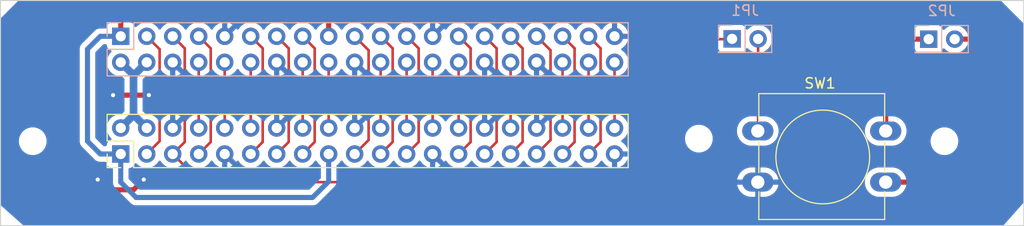
<source format=kicad_pcb>
(kicad_pcb (version 20220609) (generator pcbnew)
  (layers (0 "F.Cu" signal) (31 "B.Cu" signal) (34 "B.Paste" user) (35 "F.Paste" user) (36 "B.SilkS" user "B.Silkscreen") (37 "F.SilkS" user "F.Silkscreen") (38 "B.Mask" user) (39 "F.Mask" user) (44 "Edge.Cuts" user))
  (net 0 "")
  (net 1 "/3V3")
  (net 2 "/5V")
  (net 3 "/GPIO2")
  (net 4 "GPIO3")
  (net 5 "GND")
  (net 6 "/GPIO4")
  (net 7 "/GPIO14")
  (net 8 "/GPIO15")
  (net 9 "/GPIO17")
  (net 10 "/GPIO18")
  (net 11 "/GPIO27")
  (net 12 "/GPIO22")
  (net 13 "/GPIO23")
  (net 14 "/GPIO24")
  (net 15 "/GPIO10")
  (net 16 "/GPIO9")
  (net 17 "/GPIO25")
  (net 18 "/GPIO11")
  (net 19 "/GPIO8")
  (net 20 "/GPIO7")
  (net 21 "/ID_SD")
  (net 22 "/ID_SC")
  (net 23 "/GPIO5")
  (net 24 "/GPIO6")
  (net 25 "/GPIO12")
  (net 26 "/GPIO13")
  (net 27 "/GPIO19")
  (net 28 "/GPIO16")
  (net 29 "/GPIO26")
  (net 30 "/GPIO20")
  (net 31 "/GPIO21")
  (net 32 "Net-(JP1-B)")
  (net 33 "Net-(JP2-A)")
  (net 34 "Net-(JP2-B)")
  (footprint "Button_Switch_THT:SW_PUSH-12mm" (layer "F.Cu") (at 168.26 104.25)
    (fp_text reference "SW1" (at 6.08 -4.66) (layer "F.SilkS"))
    (fp_text value "Power Switch" hide)
    (fp_line (start 0.1 -3.65) (end 12.4 -3.65) (stroke (width 0.12)) (layer "F.SilkS"))
    (fp_line (start 0.1 -0.93) (end 0.1 -3.65) (stroke (width 0.12)) (layer "F.SilkS"))
    (fp_line (start 0.1 4.07) (end 0.1 0.93) (stroke (width 0.12)) (layer "F.SilkS"))
    (fp_line (start 0.1 8.65) (end 0.1 5.93) (stroke (width 0.12)) (layer "F.SilkS"))
    (fp_line (start 12.4 -3.65) (end 12.4 -0.93) (stroke (width 0.12)) (layer "F.SilkS"))
    (fp_line (start 12.4 0.93) (end 12.4 4.07) (stroke (width 0.12)) (layer "F.SilkS"))
    (fp_line (start 12.4 5.93) (end 12.4 8.65) (stroke (width 0.12)) (layer "F.SilkS"))
    (fp_line (start 12.4 8.65) (end 0.1 8.65) (stroke (width 0.12)) (layer "F.SilkS"))
    (fp_circle (center 6.35 2.54) (end 10.16 5.08) (stroke (width 0.12)) (fill none) (layer "F.SilkS"))
    (pad "1" thru_hole oval (at 0 0) (size 3.048 1.85) (drill 1.3) (layers *.Cu *.Mask) (net 32 "Net-(JP1-B)"))
    (pad "2" thru_hole oval (at 0 5) (size 3.048 1.85) (drill 1.3) (layers *.Cu *.Mask) (net 5 "GND"))
    (pad "3" thru_hole oval (at 12.5 0) (size 3.048 1.85) (drill 1.3) (layers *.Cu *.Mask) (net 33 "Net-(JP2-A)"))
    (pad "4" thru_hole oval (at 12.5 5) (size 3.048 1.85) (drill 1.3) (layers *.Cu *.Mask) (net 34 "Net-(JP2-B)"))
  )
  (footprint "MountingHole:MountingHole_2.2mm_M2" (layer "F.Cu") (at 186.5 105.25)
    (fp_text reference "REF**" hide)
    (fp_text value "MountingHole_2.2mm_M2" hide)
    (pad "" np_thru_hole circle (at 0 0) (size 2.2 2.2) (drill 2.2) (layers *.Cu *.Mask))
  )
  (footprint "MountingHole:MountingHole_2.2mm_M2" (layer "F.Cu") (at 97.4 105.25)
    (fp_text reference "REF**" hide)
    (fp_text value "MountingHole_2.2mm_M2" hide)
    (pad "" np_thru_hole circle (at 0 0) (size 2.2 2.2) (drill 2.2) (layers *.Cu *.Mask))
  )
  (footprint "MountingHole:MountingHole_2.2mm_M2" (layer "F.Cu") (at 162.5 105)
    (fp_text reference "REF**" hide)
    (fp_text value "MountingHole_2.2mm_M2" hide)
    (pad "" np_thru_hole circle (at 0 0) (size 2.2 2.2) (drill 2.2) (layers *.Cu *.Mask))
  )
  (footprint "Connector_PinHeader_2.54mm:PinHeader_2x20_P2.54mm_Vertical" (layer "F.Cu") (at 106 106.5 90)
    (fp_text reference "J1" hide)
    (fp_text value "Raspberry Out" hide)
    (fp_line (start -1.33 -1.33) (end 0 -1.33) (stroke (width 0.12)) (layer "F.SilkS"))
    (fp_line (start -1.33 0) (end -1.33 -1.33) (stroke (width 0.12)) (layer "F.SilkS"))
    (fp_line (start -1.33 1.27) (end -1.33 49.59) (stroke (width 0.12)) (layer "F.SilkS"))
    (fp_line (start -1.33 1.27) (end 1.27 1.27) (stroke (width 0.12)) (layer "F.SilkS"))
    (fp_line (start -1.33 49.59) (end 3.87 49.59) (stroke (width 0.12)) (layer "F.SilkS"))
    (fp_line (start 1.27 -1.33) (end 3.87 -1.33) (stroke (width 0.12)) (layer "F.SilkS"))
    (fp_line (start 1.27 1.27) (end 1.27 -1.33) (stroke (width 0.12)) (layer "F.SilkS"))
    (fp_line (start 3.87 -1.33) (end 3.87 49.59) (stroke (width 0.12)) (layer "F.SilkS"))
    (pad "1" thru_hole rect (at 0 0 90) (size 1.7 1.7) (drill 1) (layers *.Cu *.Mask) (net 1 "/3V3"))
    (pad "2" thru_hole oval (at 2.54 0 90) (size 1.7 1.7) (drill 1) (layers *.Cu *.Mask) (net 2 "/5V"))
    (pad "3" thru_hole oval (at 0 2.54 90) (size 1.7 1.7) (drill 1) (layers *.Cu *.Mask) (net 3 "/GPIO2"))
    (pad "4" thru_hole oval (at 2.54 2.54 90) (size 1.7 1.7) (drill 1) (layers *.Cu *.Mask) (net 2 "/5V"))
    (pad "5" thru_hole oval (at 0 5.08 90) (size 1.7 1.7) (drill 1) (layers *.Cu *.Mask) (net 4 "GPIO3"))
    (pad "6" thru_hole oval (at 2.54 5.08 90) (size 1.7 1.7) (drill 1) (layers *.Cu *.Mask) (net 5 "GND"))
    (pad "7" thru_hole oval (at 0 7.62 90) (size 1.7 1.7) (drill 1) (layers *.Cu *.Mask) (net 6 "/GPIO4"))
    (pad "8" thru_hole oval (at 2.54 7.62 90) (size 1.7 1.7) (drill 1) (layers *.Cu *.Mask) (net 7 "/GPIO14"))
    (pad "9" thru_hole oval (at 0 10.16 90) (size 1.7 1.7) (drill 1) (layers *.Cu *.Mask) (net 5 "GND"))
    (pad "10" thru_hole oval (at 2.54 10.16 90) (size 1.7 1.7) (drill 1) (layers *.Cu *.Mask) (net 8 "/GPIO15"))
    (pad "11" thru_hole oval (at 0 12.7 90) (size 1.7 1.7) (drill 1) (layers *.Cu *.Mask) (net 9 "/GPIO17"))
    (pad "12" thru_hole oval (at 2.54 12.7 90) (size 1.7 1.7) (drill 1) (layers *.Cu *.Mask) (net 10 "/GPIO18"))
    (pad "13" thru_hole oval (at 0 15.24 90) (size 1.7 1.7) (drill 1) (layers *.Cu *.Mask) (net 11 "/GPIO27"))
    (pad "14" thru_hole oval (at 2.54 15.24 90) (size 1.7 1.7) (drill 1) (layers *.Cu *.Mask) (net 5 "GND"))
    (pad "15" thru_hole oval (at 0 17.78 90) (size 1.7 1.7) (drill 1) (layers *.Cu *.Mask) (net 12 "/GPIO22"))
    (pad "16" thru_hole oval (at 2.54 17.78 90) (size 1.7 1.7) (drill 1) (layers *.Cu *.Mask) (net 13 "/GPIO23"))
    (pad "17" thru_hole oval (at 0 20.32 90) (size 1.7 1.7) (drill 1) (layers *.Cu *.Mask) (net 1 "/3V3"))
    (pad "18" thru_hole oval (at 2.54 20.32 90) (size 1.7 1.7) (drill 1) (layers *.Cu *.Mask) (net 14 "/GPIO24"))
    (pad "19" thru_hole oval (at 0 22.86 90) (size 1.7 1.7) (drill 1) (layers *.Cu *.Mask) (net 15 "/GPIO10"))
    (pad "20" thru_hole oval (at 2.54 22.86 90) (size 1.7 1.7) (drill 1) (layers *.Cu *.Mask) (net 5 "GND"))
    (pad "21" thru_hole oval (at 0 25.4 90) (size 1.7 1.7) (drill 1) (layers *.Cu *.Mask) (net 16 "/GPIO9"))
    (pad "22" thru_hole oval (at 2.54 25.4 90) (size 1.7 1.7) (drill 1) (layers *.Cu *.Mask) (net 17 "/GPIO25"))
    (pad "23" thru_hole oval (at 0 27.94 90) (size 1.7 1.7) (drill 1) (layers *.Cu *.Mask) (net 18 "/GPIO11"))
    (pad "24" thru_hole oval (at 2.54 27.94 90) (size 1.7 1.7) (drill 1) (layers *.Cu *.Mask) (net 19 "/GPIO8"))
    (pad "25" thru_hole oval (at 0 30.48 90) (size 1.7 1.7) (drill 1) (layers *.Cu *.Mask) (net 5 "GND"))
    (pad "26" thru_hole oval (at 2.54 30.48 90) (size 1.7 1.7) (drill 1) (layers *.Cu *.Mask) (net 20 "/GPIO7"))
    (pad "27" thru_hole oval (at 0 33.02 90) (size 1.7 1.7) (drill 1) (layers *.Cu *.Mask) (net 21 "/ID_SD"))
    (pad "28" thru_hole oval (at 2.54 33.02 90) (size 1.7 1.7) (drill 1) (layers *.Cu *.Mask) (net 22 "/ID_SC"))
    (pad "29" thru_hole oval (at 0 35.56 90) (size 1.7 1.7) (drill 1) (layers *.Cu *.Mask) (net 23 "/GPIO5"))
    (pad "30" thru_hole oval (at 2.54 35.56 90) (size 1.7 1.7) (drill 1) (layers *.Cu *.Mask) (net 5 "GND"))
    (pad "31" thru_hole oval (at 0 38.1 90) (size 1.7 1.7) (drill 1) (layers *.Cu *.Mask) (net 24 "/GPIO6"))
    (pad "32" thru_hole oval (at 2.54 38.1 90) (size 1.7 1.7) (drill 1) (layers *.Cu *.Mask) (net 25 "/GPIO12"))
    (pad "33" thru_hole oval (at 0 40.64 90) (size 1.7 1.7) (drill 1) (layers *.Cu *.Mask) (net 26 "/GPIO13"))
    (pad "34" thru_hole oval (at 2.54 40.64 90) (size 1.7 1.7) (drill 1) (layers *.Cu *.Mask) (net 5 "GND"))
    (pad "35" thru_hole oval (at 0 43.18 90) (size 1.7 1.7) (drill 1) (layers *.Cu *.Mask) (net 27 "/GPIO19"))
    (pad "36" thru_hole oval (at 2.54 43.18 90) (size 1.7 1.7) (drill 1) (layers *.Cu *.Mask) (net 28 "/GPIO16"))
    (pad "37" thru_hole oval (at 0 45.72 90) (size 1.7 1.7) (drill 1) (layers *.Cu *.Mask) (net 29 "/GPIO26"))
    (pad "38" thru_hole oval (at 2.54 45.72 90) (size 1.7 1.7) (drill 1) (layers *.Cu *.Mask) (net 30 "/GPIO20"))
    (pad "39" thru_hole oval (at 0 48.26 90) (size 1.7 1.7) (drill 1) (layers *.Cu *.Mask) (net 5 "GND"))
    (pad "40" thru_hole oval (at 2.54 48.26 90) (size 1.7 1.7) (drill 1) (layers *.Cu *.Mask) (net 31 "/GPIO21"))
  )
  (footprint "Connector_PinSocket_2.54mm:PinSocket_2x01_P2.54mm_Vertical" (layer "B.Cu") (at 184.96 95.275 180)
    (fp_text reference "JP2" (at -1.27 2.77) (layer "B.SilkS") (effects (justify mirror)))
    (fp_text value "Other Option")
    (fp_line (start -3.87 -1.33) (end 1.33 -1.33) (stroke (width 0.12)) (layer "B.SilkS"))
    (fp_line (start -3.87 1.33) (end -3.87 -1.33) (stroke (width 0.12)) (layer "B.SilkS"))
    (fp_line (start -3.87 1.33) (end -1.27 1.33) (stroke (width 0.12)) (layer "B.SilkS"))
    (fp_line (start -1.27 -1.27) (end 1.33 -1.27) (stroke (width 0.12)) (layer "B.SilkS"))
    (fp_line (start -1.27 1.33) (end -1.27 -1.27) (stroke (width 0.12)) (layer "B.SilkS"))
    (fp_line (start 0 1.33) (end 1.33 1.33) (stroke (width 0.12)) (layer "B.SilkS"))
    (fp_line (start 1.33 -1.27) (end 1.33 -1.33) (stroke (width 0.12)) (layer "B.SilkS"))
    (fp_line (start 1.33 1.33) (end 1.33 0) (stroke (width 0.12)) (layer "B.SilkS"))
    (pad "1" thru_hole rect (at 0 0 180) (size 1.7 1.7) (drill 1) (layers *.Cu *.Mask) (net 33 "Net-(JP2-A)"))
    (pad "2" thru_hole oval (at -2.54 0 180) (size 1.7 1.7) (drill 1) (layers *.Cu *.Mask) (net 34 "Net-(JP2-B)"))
  )
  (footprint "Connector_PinSocket_2.54mm:PinSocket_2x01_P2.54mm_Vertical" (layer "B.Cu") (at 165.75 95.25 180)
    (fp_text reference "JP1" (at -1.27 2.77) (layer "B.SilkS") (effects (justify mirror)))
    (fp_text value "Power Option")
    (fp_line (start -3.87 -1.33) (end 1.33 -1.33) (stroke (width 0.12)) (layer "B.SilkS"))
    (fp_line (start -3.87 1.33) (end -3.87 -1.33) (stroke (width 0.12)) (layer "B.SilkS"))
    (fp_line (start -3.87 1.33) (end -1.27 1.33) (stroke (width 0.12)) (layer "B.SilkS"))
    (fp_line (start -1.27 -1.27) (end 1.33 -1.27) (stroke (width 0.12)) (layer "B.SilkS"))
    (fp_line (start -1.27 1.33) (end -1.27 -1.27) (stroke (width 0.12)) (layer "B.SilkS"))
    (fp_line (start 0 1.33) (end 1.33 1.33) (stroke (width 0.12)) (layer "B.SilkS"))
    (fp_line (start 1.33 -1.27) (end 1.33 -1.33) (stroke (width 0.12)) (layer "B.SilkS"))
    (fp_line (start 1.33 1.33) (end 1.33 0) (stroke (width 0.12)) (layer "B.SilkS"))
    (pad "1" thru_hole rect (at 0 0 180) (size 1.7 1.7) (drill 1) (layers *.Cu *.Mask) (net 4 "GPIO3"))
    (pad "2" thru_hole oval (at -2.54 0 180) (size 1.7 1.7) (drill 1) (layers *.Cu *.Mask) (net 32 "Net-(JP1-B)"))
  )
  (footprint "Connector_PinHeader_2.54mm:PinHeader_2x20_P2.54mm_Vertical" (layer "B.Cu") (at 106 95 -90)
    (fp_text reference "J2" hide)
    (fp_text value "Raspberry In" hide)
    (fp_line (start -1.33 -49.59) (end 3.87 -49.59) (stroke (width 0.12)) (layer "B.SilkS"))
    (fp_line (start -1.33 -1.27) (end -1.33 -49.59) (stroke (width 0.12)) (layer "B.SilkS"))
    (fp_line (start -1.33 -1.27) (end 1.27 -1.27) (stroke (width 0.12)) (layer "B.SilkS"))
    (fp_line (start -1.33 0) (end -1.33 1.33) (stroke (width 0.12)) (layer "B.SilkS"))
    (fp_line (start -1.33 1.33) (end 0 1.33) (stroke (width 0.12)) (layer "B.SilkS"))
    (fp_line (start 1.27 -1.27) (end 1.27 1.33) (stroke (width 0.12)) (layer "B.SilkS"))
    (fp_line (start 1.27 1.33) (end 3.87 1.33) (stroke (width 0.12)) (layer "B.SilkS"))
    (fp_line (start 3.87 1.33) (end 3.87 -49.59) (stroke (width 0.12)) (layer "B.SilkS"))
    (pad "1" thru_hole rect (at 0 0 270) (size 1.7 1.7) (drill 1) (layers *.Cu *.Mask) (net 1 "/3V3"))
    (pad "2" thru_hole oval (at 2.54 0 270) (size 1.7 1.7) (drill 1) (layers *.Cu *.Mask) (net 2 "/5V"))
    (pad "3" thru_hole oval (at 0 -2.54 270) (size 1.7 1.7) (drill 1) (layers *.Cu *.Mask) (net 3 "/GPIO2"))
    (pad "4" thru_hole oval (at 2.54 -2.54 270) (size 1.7 1.7) (drill 1) (layers *.Cu *.Mask) (net 2 "/5V"))
    (pad "5" thru_hole oval (at 0 -5.08 270) (size 1.7 1.7) (drill 1) (layers *.Cu *.Mask) (net 4 "GPIO3"))
    (pad "6" thru_hole oval (at 2.54 -5.08 270) (size 1.7 1.7) (drill 1) (layers *.Cu *.Mask) (net 5 "GND"))
    (pad "7" thru_hole oval (at 0 -7.62 270) (size 1.7 1.7) (drill 1) (layers *.Cu *.Mask) (net 6 "/GPIO4"))
    (pad "8" thru_hole oval (at 2.54 -7.62 270) (size 1.7 1.7) (drill 1) (layers *.Cu *.Mask) (net 7 "/GPIO14"))
    (pad "9" thru_hole oval (at 0 -10.16 270) (size 1.7 1.7) (drill 1) (layers *.Cu *.Mask) (net 5 "GND"))
    (pad "10" thru_hole oval (at 2.54 -10.16 270) (size 1.7 1.7) (drill 1) (layers *.Cu *.Mask) (net 8 "/GPIO15"))
    (pad "11" thru_hole oval (at 0 -12.7 270) (size 1.7 1.7) (drill 1) (layers *.Cu *.Mask) (net 9 "/GPIO17"))
    (pad "12" thru_hole oval (at 2.54 -12.7 270) (size 1.7 1.7) (drill 1) (layers *.Cu *.Mask) (net 10 "/GPIO18"))
    (pad "13" thru_hole oval (at 0 -15.24 270) (size 1.7 1.7) (drill 1) (layers *.Cu *.Mask) (net 11 "/GPIO27"))
    (pad "14" thru_hole oval (at 2.54 -15.24 270) (size 1.7 1.7) (drill 1) (layers *.Cu *.Mask) (net 5 "GND"))
    (pad "15" thru_hole oval (at 0 -17.78 270) (size 1.7 1.7) (drill 1) (layers *.Cu *.Mask) (net 12 "/GPIO22"))
    (pad "16" thru_hole oval (at 2.54 -17.78 270) (size 1.7 1.7) (drill 1) (layers *.Cu *.Mask) (net 13 "/GPIO23"))
    (pad "17" thru_hole oval (at 0 -20.32 270) (size 1.7 1.7) (drill 1) (layers *.Cu *.Mask) (net 1 "/3V3"))
    (pad "18" thru_hole oval (at 2.54 -20.32 270) (size 1.7 1.7) (drill 1) (layers *.Cu *.Mask) (net 14 "/GPIO24"))
    (pad "19" thru_hole oval (at 0 -22.86 270) (size 1.7 1.7) (drill 1) (layers *.Cu *.Mask) (net 15 "/GPIO10"))
    (pad "20" thru_hole oval (at 2.54 -22.86 270) (size 1.7 1.7) (drill 1) (layers *.Cu *.Mask) (net 5 "GND"))
    (pad "21" thru_hole oval (at 0 -25.4 270) (size 1.7 1.7) (drill 1) (layers *.Cu *.Mask) (net 16 "/GPIO9"))
    (pad "22" thru_hole oval (at 2.54 -25.4 270) (size 1.7 1.7) (drill 1) (layers *.Cu *.Mask) (net 17 "/GPIO25"))
    (pad "23" thru_hole oval (at 0 -27.94 270) (size 1.7 1.7) (drill 1) (layers *.Cu *.Mask) (net 18 "/GPIO11"))
    (pad "24" thru_hole oval (at 2.54 -27.94 270) (size 1.7 1.7) (drill 1) (layers *.Cu *.Mask) (net 19 "/GPIO8"))
    (pad "25" thru_hole oval (at 0 -30.48 270) (size 1.7 1.7) (drill 1) (layers *.Cu *.Mask) (net 5 "GND"))
    (pad "26" thru_hole oval (at 2.54 -30.48 270) (size 1.7 1.7) (drill 1) (layers *.Cu *.Mask) (net 20 "/GPIO7"))
    (pad "27" thru_hole oval (at 0 -33.02 270) (size 1.7 1.7) (drill 1) (layers *.Cu *.Mask) (net 21 "/ID_SD"))
    (pad "28" thru_hole oval (at 2.54 -33.02 270) (size 1.7 1.7) (drill 1) (layers *.Cu *.Mask) (net 22 "/ID_SC"))
    (pad "29" thru_hole oval (at 0 -35.56 270) (size 1.7 1.7) (drill 1) (layers *.Cu *.Mask) (net 23 "/GPIO5"))
    (pad "30" thru_hole oval (at 2.54 -35.56 270) (size 1.7 1.7) (drill 1) (layers *.Cu *.Mask) (net 5 "GND"))
    (pad "31" thru_hole oval (at 0 -38.1 270) (size 1.7 1.7) (drill 1) (layers *.Cu *.Mask) (net 24 "/GPIO6"))
    (pad "32" thru_hole oval (at 2.54 -38.1 270) (size 1.7 1.7) (drill 1) (layers *.Cu *.Mask) (net 25 "/GPIO12"))
    (pad "33" thru_hole oval (at 0 -40.64 270) (size 1.7 1.7) (drill 1) (layers *.Cu *.Mask) (net 26 "/GPIO13"))
    (pad "34" thru_hole oval (at 2.54 -40.64 270) (size 1.7 1.7) (drill 1) (layers *.Cu *.Mask) (net 5 "GND"))
    (pad "35" thru_hole oval (at 0 -43.18 270) (size 1.7 1.7) (drill 1) (layers *.Cu *.Mask) (net 27 "/GPIO19"))
    (pad "36" thru_hole oval (at 2.54 -43.18 270) (size 1.7 1.7) (drill 1) (layers *.Cu *.Mask) (net 28 "/GPIO16"))
    (pad "37" thru_hole oval (at 0 -45.72 270) (size 1.7 1.7) (drill 1) (layers *.Cu *.Mask) (net 29 "/GPIO26"))
    (pad "38" thru_hole oval (at 2.54 -45.72 270) (size 1.7 1.7) (drill 1) (layers *.Cu *.Mask) (net 30 "/GPIO20"))
    (pad "39" thru_hole oval (at 0 -48.26 270) (size 1.7 1.7) (drill 1) (layers *.Cu *.Mask) (net 5 "GND"))
    (pad "40" thru_hole oval (at 2.54 -48.26 270) (size 1.7 1.7) (drill 1) (layers *.Cu *.Mask) (net 31 "/GPIO21"))
  )
  (gr_line (start 94.25 113.5) (end 94.25 91.5) (stroke (width 0.1)) (layer "Edge.Cuts"))
  (gr_line (start 194.25 91.5) (end 194.25 113.5) (stroke (width 0.1)) (layer "Edge.Cuts"))
  (gr_line (start 194.25 113.5) (end 94.25 113.5) (stroke (width 0.1)) (layer "Edge.Cuts"))
  (gr_line (start 94.25 91.5) (end 194.25 91.5) (stroke (width 0.1)) (layer "Edge.Cuts"))
  (segment (start 126.32 93.07) (end 126.32 95) (width 0.5) (layer "F.Cu") (net 1))
  (segment (start 106 93.25) (end 107 92.25) (width 0.5) (layer "F.Cu") (net 1))
  (segment (start 107 92.25) (end 125.5 92.25) (width 0.5) (layer "F.Cu") (net 1))
  (segment (start 106 95) (end 106 93.25) (width 0.5) (layer "F.Cu") (net 1))
  (segment (start 125.5 92.25) (end 126.32 93.07) (width 0.5) (layer "F.Cu") (net 1))
  (segment (start 106 95) (end 104 95) (width 0.5) (layer "B.Cu") (net 1))
  (segment (start 126.32 109.18) (end 126.32 106.5) (width 0.5) (layer "B.Cu") (net 1))
  (segment (start 102.75 105.25) (end 104 106.5) (width 0.5) (layer "B.Cu") (net 1))
  (segment (start 106 109.25) (end 107.5 110.75) (width 0.5) (layer "B.Cu") (net 1))
  (segment (start 104 95) (end 102.75 96.25) (width 0.5) (layer "B.Cu") (net 1))
  (segment (start 102.75 96.25) (end 102.75 105.25) (width 0.5) (layer "B.Cu") (net 1))
  (segment (start 124.75 110.75) (end 126.32 109.18) (width 0.5) (layer "B.Cu") (net 1))
  (segment (start 104 106.5) (end 106 106.5) (width 0.5) (layer "B.Cu") (net 1))
  (segment (start 106 106.5) (end 106 109.25) (width 0.5) (layer "B.Cu") (net 1))
  (segment (start 107.5 110.75) (end 124.75 110.75) (width 0.5) (layer "B.Cu") (net 1))
  (segment (start 107.21 102.75) (end 106 103.96) (width 0.75) (layer "B.Cu") (net 2))
  (segment (start 107.33 102.75) (end 107.21 102.75) (width 0.25) (layer "B.Cu") (net 2))
  (segment (start 107.25 102.75) (end 107.33 102.75) (width 0.25) (layer "B.Cu") (net 2))
  (segment (start 107.25 98.79) (end 107.29 98.79) (width 0.25) (layer "B.Cu") (net 2))
  (segment (start 107.29 98.79) (end 108.54 97.54) (width 0.75) (layer "B.Cu") (net 2))
  (segment (start 106 97.54) (end 107.25 98.79) (width 0.75) (layer "B.Cu") (net 2))
  (segment (start 107.25 98.79) (end 107.25 102.75) (width 0.75) (layer "B.Cu") (net 2))
  (segment (start 107.33 102.75) (end 108.54 103.96) (width 0.75) (layer "B.Cu") (net 2))
  (segment (start 109.800305 96.260305) (end 109.800305 105.239695) (width 0.25) (layer "F.Cu") (net 3))
  (segment (start 109.800305 105.239695) (end 108.54 106.5) (width 0.25) (layer "F.Cu") (net 3))
  (segment (start 108.54 95) (end 109.800305 96.260305) (width 0.25) (layer "F.Cu") (net 3))
  (segment (start 156 109.25) (end 158.25 107) (width 0.25) (layer "F.Cu") (net 4))
  (segment (start 111.08 95) (end 112.255 96.175) (width 0.25) (layer "F.Cu") (net 4))
  (segment (start 112.255 96.175) (end 112.255 105.325) (width 0.25) (layer "F.Cu") (net 4))
  (segment (start 112.255 105.325) (end 111.08 106.5) (width 0.25) (layer "F.Cu") (net 4))
  (segment (start 113.83 109.25) (end 156 109.25) (width 0.25) (layer "F.Cu") (net 4))
  (segment (start 158.25 98) (end 160.975 95.275) (width 0.25) (layer "F.Cu") (net 4))
  (segment (start 158.25 107) (end 158.25 98) (width 0.25) (layer "F.Cu") (net 4))
  (segment (start 111.08 106.5) (end 113.83 109.25) (width 0.25) (layer "F.Cu") (net 4))
  (segment (start 160.975 95.275) (end 165.46 95.275) (width 0.25) (layer "F.Cu") (net 4))
  (segment (start 108.75 100.75) (end 105.25 100.75) (width 0.5) (layer "F.Cu") (net 5))
  (segment (start 108.25 109) (end 107.25 110) (width 0.5) (layer "F.Cu") (net 5))
  (segment (start 104.75 110) (end 103.75 109) (width 0.5) (layer "F.Cu") (net 5))
  (segment (start 107.25 110) (end 104.75 110) (width 0.5) (layer "F.Cu") (net 5))
  (via (at 108.75 100.75) (size 0.8) (drill 0.4) (layers "F.Cu" "B.Cu") (net 5))
  (via (at 103.75 109) (size 0.8) (drill 0.4) (layers "F.Cu" "B.Cu") (net 5))
  (via (at 105.25 100.75) (size 0.8) (drill 0.4) (layers "F.Cu" "B.Cu") (net 5))
  (via (at 108.25 109) (size 0.8) (drill 0.4) (layers "F.Cu" "B.Cu") (net 5))
  (segment (start 136.48 95) (end 137.98 93.5) (width 0.5) (layer "B.Cu") (net 5))
  (segment (start 116.16 95) (end 117.41 93.75) (width 0.5) (layer "B.Cu") (net 5))
  (segment (start 111.08 97.54) (end 112.25 98.71) (width 0.5) (layer "B.Cu") (net 5))
  (segment (start 116.16 106.5) (end 117.41 107.75) (width 0.5) (layer "B.Cu") (net 5))
  (segment (start 146.64 97.54) (end 147.75 98.65) (width 0.5) (layer "B.Cu") (net 5))
  (segment (start 141.56 103.96) (end 142.75 102.77) (width 0.5) (layer "B.Cu") (net 5))
  (segment (start 121.24 97.54) (end 122.5 98.8) (width 0.5) (layer "B.Cu") (net 5))
  (segment (start 121.24 103.96) (end 122.45 102.75) (width 0.5) (layer "B.Cu") (net 5))
  (segment (start 141.56 97.54) (end 143 98.98) (width 0.5) (layer "B.Cu") (net 5))
  (segment (start 136.48 106.5) (end 137.48 107.5) (width 0.5) (layer "B.Cu") (net 5))
  (segment (start 128.86 97.54) (end 130.25 98.93) (width 0.5) (layer "B.Cu") (net 5))
  (segment (start 146.64 103.96) (end 147.85 102.75) (width 0.5) (layer "B.Cu") (net 5))
  (segment (start 111.08 103.96) (end 112.25 102.79) (width 0.5) (layer "B.Cu") (net 5))
  (segment (start 128.86 103.96) (end 130.07 102.75) (width 0.5) (layer "B.Cu") (net 5))
  (segment (start 114.795 96.175) (end 114.795 105.325) (width 0.25) (layer "F.Cu") (net 6))
  (segment (start 114.795 105.325) (end 113.62 106.5) (width 0.25) (layer "F.Cu") (net 6))
  (segment (start 113.62 95) (end 114.795 96.175) (width 0.25) (layer "F.Cu") (net 6))
  (segment (start 113.62 97.54) (end 113.62 103.96) (width 0.25) (layer "F.Cu") (net 7))
  (segment (start 116.16 97.54) (end 116.16 103.96) (width 0.25) (layer "F.Cu") (net 8))
  (segment (start 119.875 105.325) (end 118.7 106.5) (width 0.25) (layer "F.Cu") (net 9))
  (segment (start 118.7 95) (end 119.875 96.175) (width 0.25) (layer "F.Cu") (net 9))
  (segment (start 119.875 96.175) (end 119.875 105.325) (width 0.25) (layer "F.Cu") (net 9))
  (segment (start 118.7 97.54) (end 118.7 103.96) (width 0.25) (layer "F.Cu") (net 10))
  (segment (start 122.415 105.325) (end 121.24 106.5) (width 0.25) (layer "F.Cu") (net 11))
  (segment (start 121.24 95) (end 122.415 96.175) (width 0.25) (layer "F.Cu") (net 11))
  (segment (start 122.415 96.175) (end 122.415 105.325) (width 0.25) (layer "F.Cu") (net 11))
  (segment (start 124.955 105.325) (end 123.78 106.5) (width 0.25) (layer "F.Cu") (net 12))
  (segment (start 124.955 96.175) (end 124.955 105.325) (width 0.25) (layer "F.Cu") (net 12))
  (segment (start 123.78 95) (end 124.955 96.175) (width 0.25) (layer "F.Cu") (net 12))
  (segment (start 123.78 97.54) (end 123.78 103.96) (width 0.25) (layer "F.Cu") (net 13))
  (segment (start 126.32 97.54) (end 126.32 103.96) (width 0.25) (layer "F.Cu") (net 14))
  (segment (start 128.86 95) (end 130.225 96.365) (width 0.25) (layer "F.Cu") (net 15))
  (segment (start 130.225 105.135) (end 128.86 106.5) (width 0.25) (layer "F.Cu") (net 15))
  (segment (start 130.225 96.365) (end 130.225 105.135) (width 0.25) (layer "F.Cu") (net 15))
  (segment (start 131.4 95) (end 132.575 96.175) (width 0.25) (layer "F.Cu") (net 16))
  (segment (start 132.575 105.325) (end 131.4 106.5) (width 0.25) (layer "F.Cu") (net 16))
  (segment (start 132.575 96.175) (end 132.575 105.325) (width 0.25) (layer "F.Cu") (net 16))
  (segment (start 131.4 97.54) (end 131.4 103.96) (width 0.25) (layer "F.Cu") (net 17))
  (segment (start 135.115 105.325) (end 133.94 106.5) (width 0.25) (layer "F.Cu") (net 18))
  (segment (start 135.115 96.175) (end 135.115 105.325) (width 0.25) (layer "F.Cu") (net 18))
  (segment (start 133.94 95) (end 135.115 96.175) (width 0.25) (layer "F.Cu") (net 18))
  (segment (start 133.94 97.54) (end 133.94 103.96) (width 0.25) (layer "F.Cu") (net 19))
  (segment (start 136.48 97.54) (end 136.48 103.96) (width 0.25) (layer "F.Cu") (net 20))
  (segment (start 139.02 95) (end 140.195 96.175) (width 0.25) (layer "F.Cu") (net 21))
  (segment (start 140.195 96.175) (end 140.195 105.325) (width 0.25) (layer "F.Cu") (net 21))
  (segment (start 140.195 105.325) (end 139.02 106.5) (width 0.25) (layer "F.Cu") (net 21))
  (segment (start 139.02 97.54) (end 139.02 103.96) (width 0.25) (layer "F.Cu") (net 22))
  (segment (start 142.735 105.325) (end 141.56 106.5) (width 0.25) (layer "F.Cu") (net 23))
  (segment (start 141.56 95) (end 142.735 96.175) (width 0.25) (layer "F.Cu") (net 23))
  (segment (start 142.735 96.175) (end 142.735 105.325) (width 0.25) (layer "F.Cu") (net 23))
  (segment (start 145.275 105.325) (end 144.1 106.5) (width 0.25) (layer "F.Cu") (net 24))
  (segment (start 145.275 96.175) (end 145.275 105.325) (width 0.25) (layer "F.Cu") (net 24))
  (segment (start 144.1 95) (end 145.275 96.175) (width 0.25) (layer "F.Cu") (net 24))
  (segment (start 144.1 97.54) (end 144.1 103.96) (width 0.25) (layer "F.Cu") (net 25))
  (segment (start 148.005 105.135) (end 146.64 106.5) (width 0.25) (layer "F.Cu") (net 26))
  (segment (start 146.64 95) (end 148.005 96.365) (width 0.25) (layer "F.Cu") (net 26))
  (segment (start 148.005 96.365) (end 148.005 105.135) (width 0.25) (layer "F.Cu") (net 26))
  (segment (start 150.355 96.175) (end 150.355 105.325) (width 0.25) (layer "F.Cu") (net 27))
  (segment (start 150.355 105.325) (end 149.18 106.5) (width 0.25) (layer "F.Cu") (net 27))
  (segment (start 149.18 95) (end 150.355 96.175) (width 0.25) (layer "F.Cu") (net 27))
  (segment (start 149.18 97.54) (end 149.18 103.96) (width 0.25) (layer "F.Cu") (net 28))
  (segment (start 151.72 95) (end 152.895 96.175) (width 0.25) (layer "F.Cu") (net 29))
  (segment (start 152.895 96.175) (end 152.895 105.325) (width 0.25) (layer "F.Cu") (net 29))
  (segment (start 152.895 105.325) (end 151.72 106.5) (width 0.25) (layer "F.Cu") (net 29))
  (segment (start 151.72 97.54) (end 151.72 103.96) (width 0.25) (layer "F.Cu") (net 30))
  (segment (start 154.26 97.54) (end 154.26 103.96) (width 0.25) (layer "F.Cu") (net 31))
  (segment (start 168.29 95.25) (end 168.29 104.22) (width 0.25) (layer "F.Cu") (net 32))
  (segment (start 168.29 104.22) (end 168.26 104.25) (width 0.25) (layer "F.Cu") (net 32))
  (segment (start 180.76 104.25) (end 180.76 97.24) (width 0.5) (layer "F.Cu") (net 33))
  (segment (start 182.775 95.275) (end 184.96 95.275) (width 0.5) (layer "F.Cu") (net 33))
  (segment (start 180.76 97.24) (end 182.75 95.25) (width 0.5) (layer "F.Cu") (net 33))
  (segment (start 182.75 95.25) (end 182.775 95.275) (width 0.25) (layer "F.Cu") (net 33))
  (segment (start 190.25 95.25) (end 190.225 95.275) (width 0.25) (layer "F.Cu") (net 34))
  (segment (start 191.75 107.75) (end 191.75 96.75) (width 0.5) (layer "F.Cu") (net 34))
  (segment (start 180.76 109.25) (end 183 109.25) (width 0.5) (layer "F.Cu") (net 34))
  (segment (start 190.225 95.275) (end 187.5 95.275) (width 0.5) (layer "F.Cu") (net 34))
  (segment (start 183 109.25) (end 184 110.25) (width 0.5) (layer "F.Cu") (net 34))
  (segment (start 189.25 110.25) (end 191.75 107.75) (width 0.5) (layer "F.Cu") (net 34))
  (segment (start 184 110.25) (end 189.25 110.25) (width 0.5) (layer "F.Cu") (net 34))
  (segment (start 191.75 96.75) (end 190.25 95.25) (width 0.5) (layer "F.Cu") (net 34))
  (zone (net 5) (net_name "GND") (layer "B.Cu") (connect_pads (clearance 0.508)) (min_thickness 0.254) (fill yes (thermal_gap 0.508) (thermal_bridge_width 0.508) (island_removal_mode 2) (island_area_min 10))
    (polygon (pts (xy 194.25 93.75) (xy 194.25 111.25) (xy 192.25 113.5) (xy 96.5 113.5) (xy 94.25 111.5) (xy 94.25 93.25) (xy 96 91.5) (xy 192 91.5)))
  )
)
</source>
